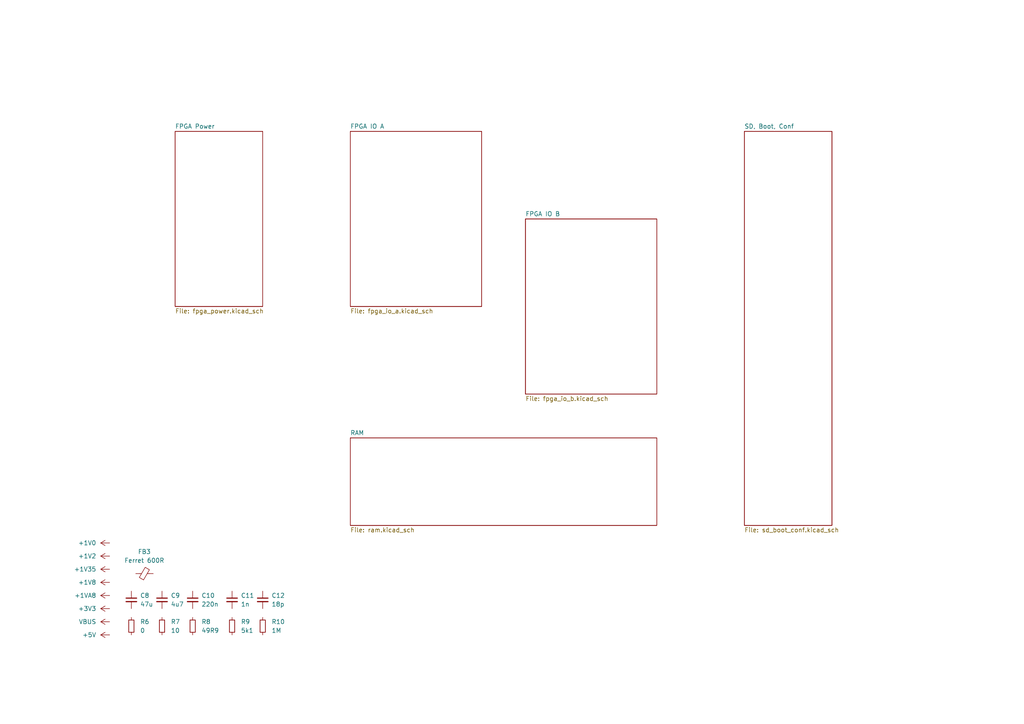
<source format=kicad_sch>
(kicad_sch (version 20231120) (generator "eeschema") (generator_version "8.0")
  (paper "A4")
  (lib_symbols
    (symbol "Device:C_Small" (pin_numbers hide) (pin_names (offset 0.254) hide)
      (property "Reference" "C" (at 0.254 1.778 0))
      (property "Value" "C_Small" (at 0.254 -2.032 0))
      (symbol "C_Small_0_1"
        (polyline (pts (xy -1.524 -0.508) (xy 1.524 -0.508)) (stroke (width 0.3302)))
        (polyline (pts (xy -1.524 0.508) (xy 1.524 0.508)) (stroke (width 0.3048)))
      )
      (symbol "C_Small_1_1"
        (pin passive line (at 0 2.54 270) (length 2.032) (name "~") (number "1"))
        (pin passive line (at 0 -2.54 90) (length 2.032) (name "~") (number "2"))
      )
    )
    (symbol "Device:FerriteBead_Small" (pin_numbers hide) (pin_names (offset 0))
      (property "Reference" "FB" (at 1.905 1.27 0))
      (property "Value" "FerriteBead_Small" (at 1.905 -1.27 0))
      (symbol "FerriteBead_Small_0_1"
        (polyline (pts (xy 0 -1.27) (xy 0 -0.7874)))
        (polyline (pts (xy 0 0.889) (xy 0 1.2954)))
        (polyline (pts (xy -1.8288 0.2794) (xy -1.1176 1.4986) (xy 1.8288 -0.2032) (xy 1.1176 -1.4224) (xy -1.8288 0.2794)))
      )
      (symbol "FerriteBead_Small_1_1"
        (pin passive line (at 0 2.54 270) (length 1.27) (name "~") (number "1"))
        (pin passive line (at 0 -2.54 90) (length 1.27) (name "~") (number "2"))
      )
    )
    (symbol "Device:R_Small" (pin_numbers hide) (pin_names (offset 0.254) hide)
      (property "Reference" "R" (at 0.762 0.508 0))
      (property "Value" "R_Small" (at 0.762 -1.016 0))
      (symbol "R_Small_0_1"
        (rectangle (start -0.762 1.778) (end 0.762 -1.778) (stroke (width 0.2032)))
      )
      (symbol "R_Small_1_1"
        (pin passive line (at 0 2.54 270) (length 0.762) (name "~") (number "1"))
        (pin passive line (at 0 -2.54 90) (length 0.762) (name "~") (number "2"))
      )
    )
    (symbol "power:+1V0" (power) (pin_numbers hide) (pin_names (offset 0) hide)
      (property "Value" "+1V0" (at 0 3.556 0))
      (symbol "+1V0_0_1"
        (polyline (pts (xy -0.762 1.27) (xy 0 2.54)))
        (polyline (pts (xy 0 0) (xy 0 2.54)))
        (polyline (pts (xy 0 2.54) (xy 0.762 1.27)))
      )
      (symbol "+1V0_1_1"
        (pin power_in line (at 0 0 90) (length 0) (name "~") (number "1"))
      )
    )
    (symbol "power:+1V2" (power) (pin_numbers hide) (pin_names (offset 0) hide)
      (property "Value" "+1V2" (at 0 3.556 0))
      (symbol "+1V2_0_1"
        (polyline (pts (xy -0.762 1.27) (xy 0 2.54)))
        (polyline (pts (xy 0 0) (xy 0 2.54)))
        (polyline (pts (xy 0 2.54) (xy 0.762 1.27)))
      )
      (symbol "+1V2_1_1"
        (pin power_in line (at 0 0 90) (length 0) (name "~") (number "1"))
      )
    )
    (symbol "power:+1V35" (power) (pin_numbers hide) (pin_names (offset 0) hide)
      (property "Value" "+1V35" (at 0 3.556 0))
      (symbol "+1V35_0_1"
        (polyline (pts (xy -0.762 1.27) (xy 0 2.54)))
        (polyline (pts (xy 0 0) (xy 0 2.54)))
        (polyline (pts (xy 0 2.54) (xy 0.762 1.27)))
      )
      (symbol "+1V35_1_1"
        (pin power_in line (at 0 0 90) (length 0) (name "~") (number "1"))
      )
    )
    (symbol "power:+1V8" (power) (pin_numbers hide) (pin_names (offset 0) hide)
      (property "Value" "+1V8" (at 0 3.556 0))
      (symbol "+1V8_0_1"
        (polyline (pts (xy -0.762 1.27) (xy 0 2.54)))
        (polyline (pts (xy 0 0) (xy 0 2.54)))
        (polyline (pts (xy 0 2.54) (xy 0.762 1.27)))
      )
      (symbol "+1V8_1_1"
        (pin power_in line (at 0 0 90) (length 0) (name "~") (number "1"))
      )
    )
    (symbol "power:+3V3" (power) (pin_numbers hide) (pin_names (offset 0) hide)
      (property "Value" "+3V3" (at 0 3.556 0))
      (symbol "+3V3_0_1"
        (polyline (pts (xy -0.762 1.27) (xy 0 2.54)))
        (polyline (pts (xy 0 0) (xy 0 2.54)))
        (polyline (pts (xy 0 2.54) (xy 0.762 1.27)))
      )
      (symbol "+3V3_1_1"
        (pin power_in line (at 0 0 90) (length 0) (name "~") (number "1"))
      )
    )
    (symbol "power:+5V" (power) (pin_numbers hide) (pin_names (offset 0) hide)
      (property "Value" "+5V" (at 0 3.556 0))
      (symbol "+5V_0_1"
        (polyline (pts (xy -0.762 1.27) (xy 0 2.54)))
        (polyline (pts (xy 0 0) (xy 0 2.54)))
        (polyline (pts (xy 0 2.54) (xy 0.762 1.27)))
      )
      (symbol "+5V_1_1"
        (pin power_in line (at 0 0 90) (length 0) (name "~") (number "1"))
      )
    )
    (symbol "power:VBUS" (power) (pin_numbers hide) (pin_names (offset 0) hide)
      (property "Value" "VBUS" (at 0 3.556 0))
      (symbol "VBUS_0_1"
        (polyline (pts (xy -0.762 1.27) (xy 0 2.54)))
        (polyline (pts (xy 0 0) (xy 0 2.54)))
        (polyline (pts (xy 0 2.54) (xy 0.762 1.27)))
      )
      (symbol "VBUS_1_1"
        (pin power_in line (at 0 0 90) (length 0) (name "~") (number "1"))
      )
    )
  )
  (symbol (lib_id "power:VBUS") (at 31.75 180.34 90) (unit 1)
    (property "Reference" "#PWR019" (effects (hide yes)))
    (property "Value" "VBUS" (at 27.94 180.3399 90) (effects (justify left)))
    (property "Description" "Power symbol creates a global label with name \"VBUS\"" (effects (hide yes)))
  )
  (symbol (lib_id "power:+1V0") (at 31.75 157.48 90) (unit 1)
    (property "Reference" "#PWR013" (effects (hide yes)))
    (property "Value" "+1V0" (at 27.94 157.4799 90) (effects (justify left)))
    (property "Description" "Power symbol creates a global label with name \"+1V0\"" (effects (hide yes)))
  )
  (symbol (lib_id "Device:FerriteBead_Small") (at 41.91 166.37 90) (unit 1)
    (property "Reference" "FB3" (at 41.8719 160.02 90))
    (property "Value" "Ferret 600R" (at 41.8719 162.56 90))
    (property "Description" "Ferrite bead, small symbol" (effects (hide yes)))
  )
  (symbol (lib_id "Device:C_Small") (at 46.99 173.99 0) (unit 1)
    (property "Reference" "C9" (at 49.53 172.7262 0) (effects (justify left)))
    (property "Value" "4u7" (at 49.53 175.2662 0) (effects (justify left)))
    (property "Footprint" "otter:C_0603" (effects (hide yes)))
    (property "Description" "Unpolarized capacitor, small symbol" (effects (hide yes)))
  )
  (symbol (lib_id "power:+5V") (at 31.75 184.15 90) (unit 1)
    (property "Reference" "#PWR020" (effects (hide yes)))
    (property "Value" "+5V" (at 27.94 184.1499 90) (effects (justify left)))
    (property "Description" "Power symbol creates a global label with name \"+5V\"" (effects (hide yes)))
  )
  (symbol (lib_id "power:+1V35") (at 31.75 165.1 90) (unit 1)
    (property "Reference" "#PWR015" (effects (hide yes)))
    (property "Value" "+1V35" (at 27.94 165.0999 90) (effects (justify left)))
    (property "Description" "Power symbol creates a global label with name \"+1V35\"" (effects (hide yes)))
  )
  (symbol (lib_id "Device:C_Small") (at 67.31 173.99 0) (unit 1)
    (property "Reference" "C11" (at 69.85 172.7262 0) (effects (justify left)))
    (property "Value" "1n" (at 69.85 175.2662 0) (effects (justify left)))
    (property "Footprint" "otter:C_0603" (effects (hide yes)))
    (property "Description" "Unpolarized capacitor, small symbol" (effects (hide yes)))
  )
  (symbol (lib_id "Device:C_Small") (at 76.2 173.99 0) (unit 1)
    (property "Reference" "C12" (at 78.74 172.7262 0) (effects (justify left)))
    (property "Value" "18p" (at 78.74 175.2662 0) (effects (justify left)))
    (property "Footprint" "otter:C_0402" (effects (hide yes)))
    (property "Description" "Unpolarized capacitor, small symbol" (effects (hide yes)))
  )
  (symbol (lib_id "Device:C_Small") (at 55.88 173.99 0) (unit 1)
    (property "Reference" "C10" (at 58.42 172.7262 0) (effects (justify left)))
    (property "Value" "220n" (at 58.42 175.2662 0) (effects (justify left)))
    (property "Footprint" "otter:C_0402" (effects (hide yes)))
    (property "Description" "Unpolarized capacitor, small symbol" (effects (hide yes)))
  )
  (symbol (lib_id "power:+1V8") (at 31.75 168.91 90) (unit 1)
    (property "Reference" "#PWR016" (effects (hide yes)))
    (property "Value" "+1V8" (at 27.94 168.9099 90) (effects (justify left)))
    (property "Description" "Power symbol creates a global label with name \"+1V8\"" (effects (hide yes)))
  )
  (symbol (lib_id "power:+3V3") (at 31.75 176.53 90) (unit 1)
    (property "Reference" "#PWR018" (effects (hide yes)))
    (property "Value" "+3V3" (at 27.94 176.5299 90) (effects (justify left)))
    (property "Description" "Power symbol creates a global label with name \"+3V3\"" (effects (hide yes)))
  )
  (symbol (lib_id "Device:C_Small") (at 38.1 173.99 0) (unit 1)
    (property "Reference" "C8" (at 40.64 172.7262 0) (effects (justify left)))
    (property "Value" "47u" (at 40.64 175.2662 0) (effects (justify left)))
    (property "Footprint" "otter:C_0805" (effects (hide yes)))
    (property "Description" "Unpolarized capacitor, small symbol" (effects (hide yes)))
  )
  (symbol (lib_id "power:+1V2") (at 31.75 161.29 90) (unit 1)
    (property "Reference" "#PWR014" (effects (hide yes)))
    (property "Value" "+1V2" (at 27.94 161.2899 90) (effects (justify left)))
    (property "Description" "Power symbol creates a global label with name \"+1V2\"" (effects (hide yes)))
  )
  (symbol (lib_id "power:+1V8") (at 31.75 172.72 90) (unit 1)
    (property "Reference" "#PWR017" (effects (hide yes)))
    (property "Value" "+1VA8" (at 27.94 172.7199 90) (effects (justify left)))
    (property "Description" "Power symbol creates a global label with name \"+1V8\"" (effects (hide yes)))
  )
  (symbol (lib_id "Device:R_Small") (at 67.31 181.61 0) (unit 1)
    (property "Reference" "R9" (at 69.85 180.3399 0) (effects (justify left)))
    (property "Value" "5k1" (at 69.85 182.8799 0) (effects (justify left)))
    (property "Footprint" "otter:R_0402" (effects (hide yes)))
    (property "Description" "Resistor, small symbol" (effects (hide yes)))
  )
  (symbol (lib_id "Device:R_Small") (at 76.2 181.61 0) (unit 1)
    (property "Reference" "R10" (at 78.74 180.3399 0) (effects (justify left)))
    (property "Value" "1M" (at 78.74 182.8799 0) (effects (justify left)))
    (property "Footprint" "otter:R_0603" (effects (hide yes)))
    (property "Description" "Resistor, small symbol" (effects (hide yes)))
  )
  (symbol (lib_id "Device:R_Small") (at 46.99 181.61 0) (unit 1)
    (property "Reference" "R7" (at 49.53 180.3399 0) (effects (justify left)))
    (property "Value" "10" (at 49.53 182.8799 0) (effects (justify left)))
    (property "Footprint" "otter:R_0402" (effects (hide yes)))
    (property "Description" "Resistor, small symbol" (effects (hide yes)))
  )
  (symbol (lib_id "Device:R_Small") (at 55.88 181.61 0) (unit 1)
    (property "Reference" "R8" (at 58.42 180.3399 0) (effects (justify left)))
    (property "Value" "49R9" (at 58.42 182.8799 0) (effects (justify left)))
    (property "Footprint" "otter:R_0402" (effects (hide yes)))
    (property "Description" "Resistor, small symbol" (effects (hide yes)))
  )
  (symbol (lib_id "Device:R_Small") (at 38.1 181.61 0) (unit 1)
    (property "Reference" "R6" (at 40.64 180.3399 0) (effects (justify left)))
    (property "Value" "0" (at 40.64 182.8799 0) (effects (justify left)))
    (property "Footprint" "otter:R_0402" (effects (hide yes)))
    (property "Description" "Resistor, small symbol" (effects (hide yes)))
  )
  (sheet (at 50.8 38.1) (size 25.4 50.8) (stroke (width 0.1524))
    (property "Sheetname" "FPGA Power" (at 50.8 37.3884 0) (effects (justify left bottom)))
    (property "Sheetfile" "fpga_power.kicad_sch" (at 50.8 89.4846 0) (effects (justify left top)))
  )
  (sheet (at 101.6 38.1) (size 38.1 50.8) (stroke (width 0.1524))
    (property "Sheetname" "FPGA IO A" (at 101.6 37.3884 0) (effects (justify left bottom)))
    (property "Sheetfile" "fpga_io_a.kicad_sch" (at 101.6 89.4846 0) (effects (justify left top)))
  )
  (sheet (at 215.9 38.1) (size 25.4 114.3) (stroke (width 0.1524))
    (property "Sheetname" "SD, Boot, Conf" (at 215.9 37.3884 0) (effects (justify left bottom)))
    (property "Sheetfile" "sd_boot_conf.kicad_sch" (at 215.9 152.9846 0) (effects (justify left top)))
  )
  (sheet (at 152.4 63.5) (size 38.1 50.8) (stroke (width 0.1524))
    (property "Sheetname" "FPGA IO B" (at 152.4 62.7884 0) (effects (justify left bottom)))
    (property "Sheetfile" "fpga_io_b.kicad_sch" (at 152.4 114.8846 0) (effects (justify left top)))
  )
  (sheet (at 101.6 127) (size 88.9 25.4) (stroke (width 0.1524))
    (property "Sheetname" "RAM" (at 101.6 126.2884 0) (effects (justify left bottom)))
    (property "Sheetfile" "ram.kicad_sch" (at 101.6 152.9846 0) (effects (justify left top)))
  )
)
</source>
